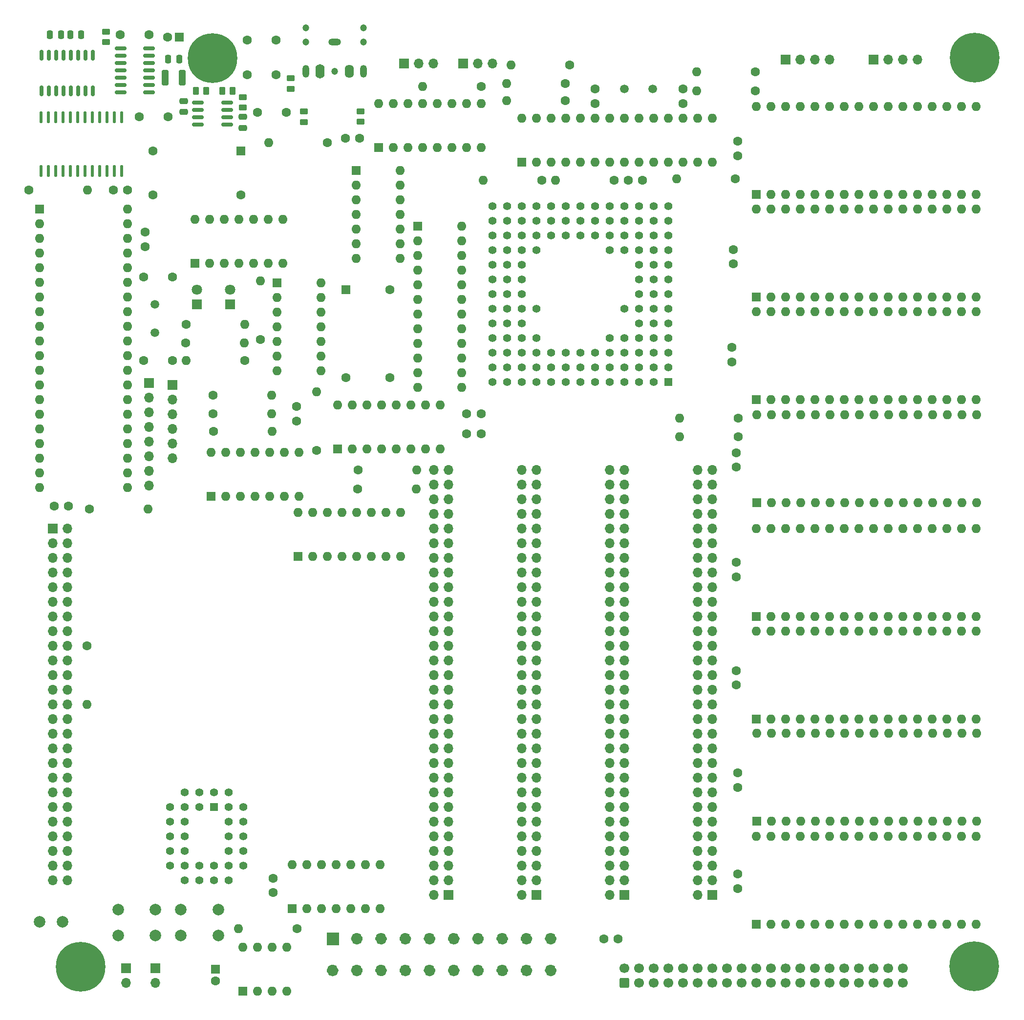
<source format=gts>
%TF.GenerationSoftware,KiCad,Pcbnew,7.0.10*%
%TF.CreationDate,2024-01-19T17:16:02+02:00*%
%TF.ProjectId,jox030,6a6f7830-3330-42e6-9b69-6361645f7063,rev?*%
%TF.SameCoordinates,Original*%
%TF.FileFunction,Soldermask,Top*%
%TF.FilePolarity,Negative*%
%FSLAX46Y46*%
G04 Gerber Fmt 4.6, Leading zero omitted, Abs format (unit mm)*
G04 Created by KiCad (PCBNEW 7.0.10) date 2024-01-19 17:16:02*
%MOMM*%
%LPD*%
G01*
G04 APERTURE LIST*
G04 Aperture macros list*
%AMRoundRect*
0 Rectangle with rounded corners*
0 $1 Rounding radius*
0 $2 $3 $4 $5 $6 $7 $8 $9 X,Y pos of 4 corners*
0 Add a 4 corners polygon primitive as box body*
4,1,4,$2,$3,$4,$5,$6,$7,$8,$9,$2,$3,0*
0 Add four circle primitives for the rounded corners*
1,1,$1+$1,$2,$3*
1,1,$1+$1,$4,$5*
1,1,$1+$1,$6,$7*
1,1,$1+$1,$8,$9*
0 Add four rect primitives between the rounded corners*
20,1,$1+$1,$2,$3,$4,$5,0*
20,1,$1+$1,$4,$5,$6,$7,0*
20,1,$1+$1,$6,$7,$8,$9,0*
20,1,$1+$1,$8,$9,$2,$3,0*%
G04 Aperture macros list end*
%ADD10C,1.026200*%
%ADD11C,0.010000*%
%ADD12RoundRect,0.250000X-0.262500X-0.450000X0.262500X-0.450000X0.262500X0.450000X-0.262500X0.450000X0*%
%ADD13C,1.500000*%
%ADD14C,1.600000*%
%ADD15R,1.700000X1.700000*%
%ADD16O,1.700000X1.700000*%
%ADD17R,1.600000X1.600000*%
%ADD18O,1.600000X1.600000*%
%ADD19R,1.397000X1.397000*%
%ADD20C,1.397000*%
%ADD21C,1.200000*%
%ADD22O,1.200000X2.200000*%
%ADD23O,1.600000X2.300000*%
%ADD24O,2.200000X1.200000*%
%ADD25O,1.600000X2.500000*%
%ADD26C,0.900000*%
%ADD27C,8.600000*%
%ADD28RoundRect,0.250000X0.600000X-0.600000X0.600000X0.600000X-0.600000X0.600000X-0.600000X-0.600000X0*%
%ADD29C,1.700000*%
%ADD30RoundRect,0.250000X-0.475000X0.250000X-0.475000X-0.250000X0.475000X-0.250000X0.475000X0.250000X0*%
%ADD31RoundRect,0.250000X0.250000X0.475000X-0.250000X0.475000X-0.250000X-0.475000X0.250000X-0.475000X0*%
%ADD32RoundRect,0.250000X-0.450000X0.262500X-0.450000X-0.262500X0.450000X-0.262500X0.450000X0.262500X0*%
%ADD33RoundRect,0.150000X0.825000X0.150000X-0.825000X0.150000X-0.825000X-0.150000X0.825000X-0.150000X0*%
%ADD34R,1.800000X1.800000*%
%ADD35C,1.800000*%
%ADD36RoundRect,0.250000X-0.325000X-1.100000X0.325000X-1.100000X0.325000X1.100000X-0.325000X1.100000X0*%
%ADD37RoundRect,0.162500X-0.825000X-0.162500X0.825000X-0.162500X0.825000X0.162500X-0.825000X0.162500X0*%
%ADD38RoundRect,0.137500X0.137500X-0.862500X0.137500X0.862500X-0.137500X0.862500X-0.137500X-0.862500X0*%
%ADD39RoundRect,0.250000X0.450000X-0.262500X0.450000X0.262500X-0.450000X0.262500X-0.450000X-0.262500X0*%
%ADD40C,2.000000*%
%ADD41RoundRect,0.250000X0.475000X-0.250000X0.475000X0.250000X-0.475000X0.250000X-0.475000X-0.250000X0*%
%ADD42C,1.422400*%
%ADD43R,1.422400X1.422400*%
%ADD44RoundRect,0.162500X0.162500X-0.750000X0.162500X0.750000X-0.162500X0.750000X-0.162500X-0.750000X0*%
G04 APERTURE END LIST*
D10*
%TO.C,J10*%
X69293100Y-178220000D02*
G75*
G03*
X68266900Y-178220000I-513100J0D01*
G01*
X68266900Y-178220000D02*
G75*
G03*
X69293100Y-178220000I513100J0D01*
G01*
X73493100Y-172720000D02*
G75*
G03*
X72466900Y-172720000I-513100J0D01*
G01*
X72466900Y-172720000D02*
G75*
G03*
X73493100Y-172720000I513100J0D01*
G01*
X73493100Y-178220000D02*
G75*
G03*
X72466900Y-178220000I-513100J0D01*
G01*
X72466900Y-178220000D02*
G75*
G03*
X73493100Y-178220000I513100J0D01*
G01*
X77693100Y-172720000D02*
G75*
G03*
X76666900Y-172720000I-513100J0D01*
G01*
X76666900Y-172720000D02*
G75*
G03*
X77693100Y-172720000I513100J0D01*
G01*
X77693100Y-178220000D02*
G75*
G03*
X76666900Y-178220000I-513100J0D01*
G01*
X76666900Y-178220000D02*
G75*
G03*
X77693100Y-178220000I513100J0D01*
G01*
X81893100Y-172720000D02*
G75*
G03*
X80866900Y-172720000I-513100J0D01*
G01*
X80866900Y-172720000D02*
G75*
G03*
X81893100Y-172720000I513100J0D01*
G01*
X81893100Y-178220000D02*
G75*
G03*
X80866900Y-178220000I-513100J0D01*
G01*
X80866900Y-178220000D02*
G75*
G03*
X81893100Y-178220000I513100J0D01*
G01*
X86093100Y-172720000D02*
G75*
G03*
X85066900Y-172720000I-513100J0D01*
G01*
X85066900Y-172720000D02*
G75*
G03*
X86093100Y-172720000I513100J0D01*
G01*
X86093100Y-178220000D02*
G75*
G03*
X85066900Y-178220000I-513100J0D01*
G01*
X85066900Y-178220000D02*
G75*
G03*
X86093100Y-178220000I513100J0D01*
G01*
X90293100Y-172720000D02*
G75*
G03*
X89266900Y-172720000I-513100J0D01*
G01*
X89266900Y-172720000D02*
G75*
G03*
X90293100Y-172720000I513100J0D01*
G01*
X90293100Y-178220000D02*
G75*
G03*
X89266900Y-178220000I-513100J0D01*
G01*
X89266900Y-178220000D02*
G75*
G03*
X90293100Y-178220000I513100J0D01*
G01*
X94493100Y-172720000D02*
G75*
G03*
X93466900Y-172720000I-513100J0D01*
G01*
X93466900Y-172720000D02*
G75*
G03*
X94493100Y-172720000I513100J0D01*
G01*
X94493100Y-178220000D02*
G75*
G03*
X93466900Y-178220000I-513100J0D01*
G01*
X93466900Y-178220000D02*
G75*
G03*
X94493100Y-178220000I513100J0D01*
G01*
X98693100Y-172720000D02*
G75*
G03*
X97666900Y-172720000I-513100J0D01*
G01*
X97666900Y-172720000D02*
G75*
G03*
X98693100Y-172720000I513100J0D01*
G01*
X98693100Y-178220000D02*
G75*
G03*
X97666900Y-178220000I-513100J0D01*
G01*
X97666900Y-178220000D02*
G75*
G03*
X98693100Y-178220000I513100J0D01*
G01*
X102893100Y-172720000D02*
G75*
G03*
X101866900Y-172720000I-513100J0D01*
G01*
X101866900Y-172720000D02*
G75*
G03*
X102893100Y-172720000I513100J0D01*
G01*
X102893100Y-178220000D02*
G75*
G03*
X101866900Y-178220000I-513100J0D01*
G01*
X101866900Y-178220000D02*
G75*
G03*
X102893100Y-178220000I513100J0D01*
G01*
X107093100Y-172720000D02*
G75*
G03*
X106066900Y-172720000I-513100J0D01*
G01*
X106066900Y-172720000D02*
G75*
G03*
X107093100Y-172720000I513100J0D01*
G01*
X107093100Y-178220000D02*
G75*
G03*
X106066900Y-178220000I-513100J0D01*
G01*
X106066900Y-178220000D02*
G75*
G03*
X107093100Y-178220000I513100J0D01*
G01*
D11*
X69806200Y-173746200D02*
X67753800Y-173746200D01*
X67753800Y-171693800D01*
X69806200Y-171693800D01*
X69806200Y-173746200D01*
G36*
X69806200Y-173746200D02*
G01*
X67753800Y-173746200D01*
X67753800Y-171693800D01*
X69806200Y-171693800D01*
X69806200Y-173746200D01*
G37*
%TD*%
D12*
%TO.C,R29*%
X45087500Y-25750000D03*
X46912500Y-25750000D03*
%TD*%
D13*
%TO.C,Y1*%
X38000000Y-62800000D03*
X38000000Y-67700000D03*
%TD*%
D14*
%TO.C,C32*%
X20500000Y-97750000D03*
X23000000Y-97750000D03*
%TD*%
D15*
%TO.C,J14*%
X33020000Y-177800000D03*
D16*
X33020000Y-180340000D03*
%TD*%
D17*
%TO.C,U16*%
X18010000Y-46230000D03*
D18*
X18010000Y-48770000D03*
X18010000Y-51310000D03*
X18010000Y-53850000D03*
X18010000Y-56390000D03*
X18010000Y-58930000D03*
X18010000Y-61470000D03*
X18010000Y-64010000D03*
X18010000Y-66550000D03*
X18010000Y-69090000D03*
X18010000Y-71630000D03*
X18010000Y-74170000D03*
X18010000Y-76710000D03*
X18010000Y-79250000D03*
X18010000Y-81790000D03*
X18010000Y-84330000D03*
X18010000Y-86870000D03*
X18010000Y-89410000D03*
X18010000Y-91950000D03*
X18010000Y-94490000D03*
X33250000Y-94490000D03*
X33250000Y-91950000D03*
X33250000Y-89410000D03*
X33250000Y-86870000D03*
X33250000Y-84330000D03*
X33250000Y-81790000D03*
X33250000Y-79250000D03*
X33250000Y-76710000D03*
X33250000Y-74170000D03*
X33250000Y-71630000D03*
X33250000Y-69090000D03*
X33250000Y-66550000D03*
X33250000Y-64010000D03*
X33250000Y-61470000D03*
X33250000Y-58930000D03*
X33250000Y-56390000D03*
X33250000Y-53850000D03*
X33250000Y-51310000D03*
X33250000Y-48770000D03*
X33250000Y-46230000D03*
%TD*%
D17*
%TO.C,U22*%
X83500000Y-49220000D03*
D18*
X83500000Y-51760000D03*
X83500000Y-54300000D03*
X83500000Y-56840000D03*
X83500000Y-59380000D03*
X83500000Y-61920000D03*
X83500000Y-64460000D03*
X83500000Y-67000000D03*
X83500000Y-69540000D03*
X83500000Y-72080000D03*
X83500000Y-74620000D03*
X83500000Y-77160000D03*
X91120000Y-77160000D03*
X91120000Y-74620000D03*
X91120000Y-72080000D03*
X91120000Y-69540000D03*
X91120000Y-67000000D03*
X91120000Y-64460000D03*
X91120000Y-61920000D03*
X91120000Y-59380000D03*
X91120000Y-56840000D03*
X91120000Y-54300000D03*
X91120000Y-51760000D03*
X91120000Y-49220000D03*
%TD*%
D14*
%TO.C,R16*%
X138580000Y-41000000D03*
D18*
X128420000Y-41000000D03*
%TD*%
D14*
%TO.C,C12*%
X59015000Y-16941800D03*
X54015000Y-16941800D03*
%TD*%
%TO.C,C21*%
X138750000Y-128750000D03*
X138750000Y-126250000D03*
%TD*%
D17*
%TO.C,U17*%
X47696200Y-96052800D03*
D18*
X50236200Y-96052800D03*
X52776200Y-96052800D03*
X55316200Y-96052800D03*
X57856200Y-96052800D03*
X60396200Y-96052800D03*
X62936200Y-96052800D03*
X62936200Y-88432800D03*
X60396200Y-88432800D03*
X57856200Y-88432800D03*
X55316200Y-88432800D03*
X52776200Y-88432800D03*
X50236200Y-88432800D03*
X47696200Y-88432800D03*
%TD*%
D14*
%TO.C,R6*%
X109080000Y-27500000D03*
D18*
X98920000Y-27500000D03*
%TD*%
D14*
%TO.C,C5*%
X129540000Y-25440000D03*
X129540000Y-27940000D03*
%TD*%
D15*
%TO.C,J9*%
X134620000Y-165100000D03*
D16*
X132080000Y-165100000D03*
X134620000Y-162560000D03*
X132080000Y-162560000D03*
X134620000Y-160020000D03*
X132080000Y-160020000D03*
X134620000Y-157480000D03*
X132080000Y-157480000D03*
X134620000Y-154940000D03*
X132080000Y-154940000D03*
X134620000Y-152400000D03*
X132080000Y-152400000D03*
X134620000Y-149860000D03*
X132080000Y-149860000D03*
X134620000Y-147320000D03*
X132080000Y-147320000D03*
X134620000Y-144780000D03*
X132080000Y-144780000D03*
X134620000Y-142240000D03*
X132080000Y-142240000D03*
X134620000Y-139700000D03*
X132080000Y-139700000D03*
X134620000Y-137160000D03*
X132080000Y-137160000D03*
X134620000Y-134620000D03*
X132080000Y-134620000D03*
X134620000Y-132080000D03*
X132080000Y-132080000D03*
X134620000Y-129540000D03*
X132080000Y-129540000D03*
X134620000Y-127000000D03*
X132080000Y-127000000D03*
X134620000Y-124460000D03*
X132080000Y-124460000D03*
X134620000Y-121920000D03*
X132080000Y-121920000D03*
X134620000Y-119380000D03*
X132080000Y-119380000D03*
X134620000Y-116840000D03*
X132080000Y-116840000D03*
X134620000Y-114300000D03*
X132080000Y-114300000D03*
X134620000Y-111760000D03*
X132080000Y-111760000D03*
X134620000Y-109220000D03*
X132080000Y-109220000D03*
X134620000Y-106680000D03*
X132080000Y-106680000D03*
X134620000Y-104140000D03*
X132080000Y-104140000D03*
X134620000Y-101600000D03*
X132080000Y-101600000D03*
X134620000Y-99060000D03*
X132080000Y-99060000D03*
X134620000Y-96520000D03*
X132080000Y-96520000D03*
X134620000Y-93980000D03*
X132080000Y-93980000D03*
X134620000Y-91440000D03*
X132080000Y-91440000D03*
%TD*%
D14*
%TO.C,C30*%
X71000000Y-34000000D03*
X73500000Y-34000000D03*
%TD*%
D19*
%TO.C,U1*%
X127000000Y-76200000D03*
D20*
X124460000Y-76200000D03*
X121920000Y-76200000D03*
X119380000Y-76200000D03*
X116840000Y-76200000D03*
X114300000Y-76200000D03*
X111760000Y-76200000D03*
X109220000Y-76200000D03*
X106680000Y-76200000D03*
X104140000Y-76200000D03*
X101600000Y-76200000D03*
X99060000Y-76200000D03*
X96520000Y-76200000D03*
X127000000Y-73660000D03*
X124460000Y-73660000D03*
X121920000Y-73660000D03*
X119380000Y-73660000D03*
X116840000Y-73660000D03*
X114300000Y-73660000D03*
X111760000Y-73660000D03*
X109220000Y-73660000D03*
X106680000Y-73660000D03*
X104140000Y-73660000D03*
X101600000Y-73660000D03*
X99060000Y-73660000D03*
X96520000Y-73660000D03*
X127000000Y-71120000D03*
X124460000Y-71120000D03*
X121920000Y-71120000D03*
X119380000Y-71120000D03*
X116840000Y-71120000D03*
X114300000Y-71120000D03*
X111760000Y-71120000D03*
X109220000Y-71120000D03*
X106680000Y-71120000D03*
X104140000Y-71120000D03*
X101600000Y-71120000D03*
X99060000Y-71120000D03*
X96520000Y-71120000D03*
X127000000Y-68580000D03*
X124460000Y-68580000D03*
X121920000Y-68580000D03*
X119380000Y-68580000D03*
X116840000Y-68580000D03*
X104140000Y-68580000D03*
X101600000Y-68580000D03*
X99060000Y-68580000D03*
X96520000Y-68580000D03*
X127000000Y-66040000D03*
X124460000Y-66040000D03*
X121920000Y-66040000D03*
X101600000Y-66040000D03*
X99060000Y-66040000D03*
X96520000Y-66040000D03*
X127000000Y-63500000D03*
X124460000Y-63500000D03*
X121920000Y-63500000D03*
X119380000Y-63500000D03*
X104140000Y-63500000D03*
X101600000Y-63500000D03*
X99060000Y-63500000D03*
X96520000Y-63500000D03*
X127000000Y-60960000D03*
X124460000Y-60960000D03*
X121920000Y-60960000D03*
X101600000Y-60960000D03*
X99060000Y-60960000D03*
X96520000Y-60960000D03*
X127000000Y-58420000D03*
X124460000Y-58420000D03*
X121920000Y-58420000D03*
X101600000Y-58420000D03*
X99060000Y-58420000D03*
X96520000Y-58420000D03*
X127000000Y-55880000D03*
X124460000Y-55880000D03*
X121920000Y-55880000D03*
X101600000Y-55880000D03*
X99060000Y-55880000D03*
X96520000Y-55880000D03*
X127000000Y-53340000D03*
X124460000Y-53340000D03*
X121920000Y-53340000D03*
X119380000Y-53340000D03*
X116840000Y-53340000D03*
X104140000Y-53340000D03*
X101600000Y-53340000D03*
X99060000Y-53340000D03*
X96520000Y-53340000D03*
X127000000Y-50800000D03*
X124460000Y-50800000D03*
X121920000Y-50800000D03*
X119380000Y-50800000D03*
X116840000Y-50800000D03*
X114300000Y-50800000D03*
X111760000Y-50800000D03*
X109220000Y-50800000D03*
X106680000Y-50800000D03*
X104140000Y-50800000D03*
X101600000Y-50800000D03*
X99060000Y-50800000D03*
X96520000Y-50800000D03*
X127000000Y-48260000D03*
X124460000Y-48260000D03*
X121920000Y-48260000D03*
X119380000Y-48260000D03*
X116840000Y-48260000D03*
X114300000Y-48260000D03*
X111760000Y-48260000D03*
X109220000Y-48260000D03*
X106680000Y-48260000D03*
X104140000Y-48260000D03*
X101600000Y-48260000D03*
X99060000Y-48260000D03*
X96520000Y-48260000D03*
X127000000Y-45720000D03*
X124460000Y-45720000D03*
X121920000Y-45720000D03*
X119380000Y-45720000D03*
X116840000Y-45720000D03*
X114300000Y-45720000D03*
X111760000Y-45720000D03*
X109220000Y-45720000D03*
X106680000Y-45720000D03*
X104140000Y-45720000D03*
X101600000Y-45720000D03*
X99060000Y-45720000D03*
X96520000Y-45720000D03*
%TD*%
D14*
%TO.C,C3*%
X41000000Y-58000000D03*
X36000000Y-58000000D03*
%TD*%
%TO.C,R15*%
X139080000Y-85750000D03*
D18*
X128920000Y-85750000D03*
%TD*%
D21*
%TO.C,J11*%
X74138800Y-17348200D03*
X74138800Y-14848200D03*
X69138800Y-22348200D03*
X64138800Y-17348200D03*
X64138800Y-14848200D03*
D22*
X74138800Y-22348200D03*
D23*
X71638800Y-22348200D03*
D24*
X69138800Y-17348200D03*
D22*
X64138800Y-22348200D03*
D25*
X66638800Y-22348200D03*
%TD*%
D14*
%TO.C,C25*%
X36250000Y-52750000D03*
X36250000Y-50250000D03*
%TD*%
D17*
%TO.C,U10*%
X142296000Y-97136000D03*
D18*
X144836000Y-97136000D03*
X147376000Y-97136000D03*
X149916000Y-97136000D03*
X152456000Y-97136000D03*
X154996000Y-97136000D03*
X157536000Y-97136000D03*
X160076000Y-97136000D03*
X162616000Y-97136000D03*
X165156000Y-97136000D03*
X167696000Y-97136000D03*
X170236000Y-97136000D03*
X172776000Y-97136000D03*
X175316000Y-97136000D03*
X177856000Y-97136000D03*
X180396000Y-97136000D03*
X180396000Y-81896000D03*
X177856000Y-81896000D03*
X175316000Y-81896000D03*
X172776000Y-81896000D03*
X170236000Y-81896000D03*
X167696000Y-81896000D03*
X165156000Y-81896000D03*
X162616000Y-81896000D03*
X160076000Y-81896000D03*
X157536000Y-81896000D03*
X154996000Y-81896000D03*
X152456000Y-81896000D03*
X149916000Y-81896000D03*
X147376000Y-81896000D03*
X144836000Y-81896000D03*
X142296000Y-81896000D03*
%TD*%
D26*
%TO.C,H2*%
X44769600Y-20069600D03*
X45714181Y-17789181D03*
X45714181Y-22350019D03*
X47994600Y-16844600D03*
D27*
X47994600Y-20069600D03*
D26*
X47994600Y-23294600D03*
X50275019Y-17789181D03*
X50275019Y-22350019D03*
X51219600Y-20069600D03*
%TD*%
D17*
%TO.C,U4*%
X72872600Y-39573200D03*
D18*
X72872600Y-42113200D03*
X72872600Y-44653200D03*
X72872600Y-47193200D03*
X72872600Y-49733200D03*
X72872600Y-52273200D03*
X72872600Y-54813200D03*
X80492600Y-54813200D03*
X80492600Y-52273200D03*
X80492600Y-49733200D03*
X80492600Y-47193200D03*
X80492600Y-44653200D03*
X80492600Y-42113200D03*
X80492600Y-39573200D03*
%TD*%
D14*
%TO.C,R25*%
X66000000Y-88080000D03*
D18*
X66000000Y-77920000D03*
%TD*%
D14*
%TO.C,R1*%
X62580000Y-171000000D03*
D18*
X52420000Y-171000000D03*
%TD*%
D14*
%TO.C,C20*%
X138750000Y-91000000D03*
X138750000Y-88500000D03*
%TD*%
%TO.C,R17*%
X73090000Y-94750000D03*
D18*
X83250000Y-94750000D03*
%TD*%
D14*
%TO.C,C2*%
X41000000Y-72500000D03*
X36000000Y-72500000D03*
%TD*%
%TO.C,R20*%
X56250000Y-68830000D03*
D18*
X56250000Y-58670000D03*
%TD*%
D14*
%TO.C,C27*%
X138250000Y-55750000D03*
X138250000Y-53250000D03*
%TD*%
D17*
%TO.C,U23*%
X101600000Y-38100000D03*
D18*
X104140000Y-38100000D03*
X106680000Y-38100000D03*
X109220000Y-38100000D03*
X111760000Y-38100000D03*
X114300000Y-38100000D03*
X116840000Y-38100000D03*
X119380000Y-38100000D03*
X121920000Y-38100000D03*
X124460000Y-38100000D03*
X127000000Y-38100000D03*
X129540000Y-38100000D03*
X132080000Y-38100000D03*
X134620000Y-38100000D03*
X134620000Y-30480000D03*
X132080000Y-30480000D03*
X129540000Y-30480000D03*
X127000000Y-30480000D03*
X124460000Y-30480000D03*
X121920000Y-30480000D03*
X119380000Y-30480000D03*
X116840000Y-30480000D03*
X114300000Y-30480000D03*
X111760000Y-30480000D03*
X109220000Y-30480000D03*
X106680000Y-30480000D03*
X104140000Y-30480000D03*
X101600000Y-30480000D03*
%TD*%
D14*
%TO.C,R24*%
X43420000Y-66250000D03*
D18*
X53580000Y-66250000D03*
%TD*%
D14*
%TO.C,C24*%
X118250000Y-172750000D03*
X115750000Y-172750000D03*
%TD*%
D18*
%TO.C,U7*%
X142296000Y-137096000D03*
X144836000Y-137096000D03*
X147376000Y-137096000D03*
X149916000Y-137096000D03*
X152456000Y-137096000D03*
X154996000Y-137096000D03*
X157536000Y-137096000D03*
X160076000Y-137096000D03*
X162616000Y-137096000D03*
X165156000Y-137096000D03*
X167696000Y-137096000D03*
X170236000Y-137096000D03*
X172776000Y-137096000D03*
X175316000Y-137096000D03*
X177856000Y-137096000D03*
X180396000Y-137096000D03*
X180396000Y-152336000D03*
X177856000Y-152336000D03*
X175316000Y-152336000D03*
X172776000Y-152336000D03*
X170236000Y-152336000D03*
X167696000Y-152336000D03*
X165156000Y-152336000D03*
X162616000Y-152336000D03*
X160076000Y-152336000D03*
X157536000Y-152336000D03*
X154996000Y-152336000D03*
X152456000Y-152336000D03*
X149916000Y-152336000D03*
X147376000Y-152336000D03*
X144836000Y-152336000D03*
D17*
X142296000Y-152336000D03*
%TD*%
D28*
%TO.C,J5*%
X119380000Y-180340000D03*
D29*
X119380000Y-177800000D03*
X121920000Y-180340000D03*
X121920000Y-177800000D03*
X124460000Y-180340000D03*
X124460000Y-177800000D03*
X127000000Y-180340000D03*
X127000000Y-177800000D03*
X129540000Y-180340000D03*
X129540000Y-177800000D03*
X132080000Y-180340000D03*
X132080000Y-177800000D03*
X134620000Y-180340000D03*
X134620000Y-177800000D03*
X137160000Y-180340000D03*
X137160000Y-177800000D03*
X139700000Y-180340000D03*
X139700000Y-177800000D03*
X142240000Y-180340000D03*
X142240000Y-177800000D03*
X144780000Y-180340000D03*
X144780000Y-177800000D03*
X147320000Y-180340000D03*
X147320000Y-177800000D03*
X149860000Y-180340000D03*
X149860000Y-177800000D03*
X152400000Y-180340000D03*
X152400000Y-177800000D03*
X154940000Y-180340000D03*
X154940000Y-177800000D03*
X157480000Y-180340000D03*
X157480000Y-177800000D03*
X160020000Y-180340000D03*
X160020000Y-177800000D03*
X162560000Y-180340000D03*
X162560000Y-177800000D03*
X165100000Y-180340000D03*
X165100000Y-177800000D03*
X167640000Y-180340000D03*
X167640000Y-177800000D03*
%TD*%
D14*
%TO.C,C29*%
X122500000Y-41250000D03*
X120000000Y-41250000D03*
%TD*%
D26*
%TO.C,H1*%
X176869600Y-20044600D03*
X177814181Y-17764181D03*
X177814181Y-22325019D03*
X180094600Y-16819600D03*
D27*
X180094600Y-20044600D03*
D26*
X180094600Y-23269600D03*
X182375019Y-17764181D03*
X182375019Y-22325019D03*
X183319600Y-20044600D03*
%TD*%
D17*
%TO.C,U2*%
X53200000Y-181800000D03*
D18*
X55740000Y-181800000D03*
X58280000Y-181800000D03*
X60820000Y-181800000D03*
X60820000Y-174180000D03*
X58280000Y-174180000D03*
X55740000Y-174180000D03*
X53200000Y-174180000D03*
%TD*%
D17*
%TO.C,U20*%
X44927600Y-55666800D03*
D18*
X47467600Y-55666800D03*
X50007600Y-55666800D03*
X52547600Y-55666800D03*
X55087600Y-55666800D03*
X57627600Y-55666800D03*
X60167600Y-55666800D03*
X60167600Y-48046800D03*
X57627600Y-48046800D03*
X55087600Y-48046800D03*
X52547600Y-48046800D03*
X50007600Y-48046800D03*
X47467600Y-48046800D03*
X44927600Y-48046800D03*
%TD*%
D30*
%TO.C,C15*%
X53250000Y-30300000D03*
X53250000Y-32200000D03*
%TD*%
D31*
%TO.C,C9*%
X42200000Y-20250000D03*
X40300000Y-20250000D03*
%TD*%
D17*
%TO.C,U13*%
X142240000Y-43688000D03*
D18*
X144780000Y-43688000D03*
X147320000Y-43688000D03*
X149860000Y-43688000D03*
X152400000Y-43688000D03*
X154940000Y-43688000D03*
X157480000Y-43688000D03*
X160020000Y-43688000D03*
X162560000Y-43688000D03*
X165100000Y-43688000D03*
X167640000Y-43688000D03*
X170180000Y-43688000D03*
X172720000Y-43688000D03*
X175260000Y-43688000D03*
X177800000Y-43688000D03*
X180340000Y-43688000D03*
X180340000Y-28448000D03*
X177800000Y-28448000D03*
X175260000Y-28448000D03*
X172720000Y-28448000D03*
X170180000Y-28448000D03*
X167640000Y-28448000D03*
X165100000Y-28448000D03*
X162560000Y-28448000D03*
X160020000Y-28448000D03*
X157480000Y-28448000D03*
X154940000Y-28448000D03*
X152400000Y-28448000D03*
X149860000Y-28448000D03*
X147320000Y-28448000D03*
X144780000Y-28448000D03*
X142240000Y-28448000D03*
%TD*%
D32*
%TO.C,R30*%
X53250000Y-26837500D03*
X53250000Y-28662500D03*
%TD*%
D14*
%TO.C,C23*%
X139000000Y-164000000D03*
X139000000Y-161500000D03*
%TD*%
D33*
%TO.C,U27*%
X36975000Y-26060000D03*
X36975000Y-24790000D03*
X36975000Y-23520000D03*
X36975000Y-22250000D03*
X36975000Y-20980000D03*
X36975000Y-19710000D03*
X36975000Y-18440000D03*
X32025000Y-18440000D03*
X32025000Y-19710000D03*
X32025000Y-20980000D03*
X32025000Y-22250000D03*
X32025000Y-23520000D03*
X32025000Y-24790000D03*
X32025000Y-26060000D03*
%TD*%
D14*
%TO.C,C35*%
X92000000Y-85250000D03*
X94500000Y-85250000D03*
%TD*%
%TO.C,R9*%
X26670000Y-98250000D03*
D18*
X36830000Y-98250000D03*
%TD*%
D14*
%TO.C,C19*%
X138750000Y-110000000D03*
X138750000Y-107500000D03*
%TD*%
D18*
%TO.C,R21*%
X58250000Y-78500000D03*
D14*
X48090000Y-78500000D03*
%TD*%
D17*
%TO.C,X2*%
X52870000Y-36190000D03*
D14*
X37630000Y-36190000D03*
X37630000Y-43810000D03*
X52870000Y-43810000D03*
%TD*%
%TO.C,C22*%
X139000000Y-146500000D03*
X139000000Y-144000000D03*
%TD*%
%TO.C,C34*%
X92000000Y-81700000D03*
X94500000Y-81700000D03*
%TD*%
D26*
%TO.C,H4*%
X21900000Y-177550000D03*
X22844581Y-175269581D03*
X22844581Y-179830419D03*
X25125000Y-174325000D03*
D27*
X25125000Y-177550000D03*
D26*
X25125000Y-180775000D03*
X27405419Y-175269581D03*
X27405419Y-179830419D03*
X28350000Y-177550000D03*
%TD*%
D14*
%TO.C,R10*%
X94580000Y-25000000D03*
D18*
X84420000Y-25000000D03*
%TD*%
D17*
%TO.C,U11*%
X142240000Y-79248000D03*
D18*
X144780000Y-79248000D03*
X147320000Y-79248000D03*
X149860000Y-79248000D03*
X152400000Y-79248000D03*
X154940000Y-79248000D03*
X157480000Y-79248000D03*
X160020000Y-79248000D03*
X162560000Y-79248000D03*
X165100000Y-79248000D03*
X167640000Y-79248000D03*
X170180000Y-79248000D03*
X172720000Y-79248000D03*
X175260000Y-79248000D03*
X177800000Y-79248000D03*
X180340000Y-79248000D03*
X180340000Y-64008000D03*
X177800000Y-64008000D03*
X175260000Y-64008000D03*
X172720000Y-64008000D03*
X170180000Y-64008000D03*
X167640000Y-64008000D03*
X165100000Y-64008000D03*
X162560000Y-64008000D03*
X160020000Y-64008000D03*
X157480000Y-64008000D03*
X154940000Y-64008000D03*
X152400000Y-64008000D03*
X149860000Y-64008000D03*
X147320000Y-64008000D03*
X144780000Y-64008000D03*
X142240000Y-64008000D03*
%TD*%
D34*
%TO.C,D1*%
X51000000Y-62790000D03*
D35*
X51000000Y-60250000D03*
%TD*%
D14*
%TO.C,C28*%
X139000000Y-37000000D03*
X139000000Y-34500000D03*
%TD*%
D15*
%TO.C,J12*%
X147320000Y-20320000D03*
D16*
X149860000Y-20320000D03*
X152400000Y-20320000D03*
X154940000Y-20320000D03*
%TD*%
D15*
%TO.C,J8*%
X119380000Y-165100000D03*
D16*
X116840000Y-165100000D03*
X119380000Y-162560000D03*
X116840000Y-162560000D03*
X119380000Y-160020000D03*
X116840000Y-160020000D03*
X119380000Y-157480000D03*
X116840000Y-157480000D03*
X119380000Y-154940000D03*
X116840000Y-154940000D03*
X119380000Y-152400000D03*
X116840000Y-152400000D03*
X119380000Y-149860000D03*
X116840000Y-149860000D03*
X119380000Y-147320000D03*
X116840000Y-147320000D03*
X119380000Y-144780000D03*
X116840000Y-144780000D03*
X119380000Y-142240000D03*
X116840000Y-142240000D03*
X119380000Y-139700000D03*
X116840000Y-139700000D03*
X119380000Y-137160000D03*
X116840000Y-137160000D03*
X119380000Y-134620000D03*
X116840000Y-134620000D03*
X119380000Y-132080000D03*
X116840000Y-132080000D03*
X119380000Y-129540000D03*
X116840000Y-129540000D03*
X119380000Y-127000000D03*
X116840000Y-127000000D03*
X119380000Y-124460000D03*
X116840000Y-124460000D03*
X119380000Y-121920000D03*
X116840000Y-121920000D03*
X119380000Y-119380000D03*
X116840000Y-119380000D03*
X119380000Y-116840000D03*
X116840000Y-116840000D03*
X119380000Y-114300000D03*
X116840000Y-114300000D03*
X119380000Y-111760000D03*
X116840000Y-111760000D03*
X119380000Y-109220000D03*
X116840000Y-109220000D03*
X119380000Y-106680000D03*
X116840000Y-106680000D03*
X119380000Y-104140000D03*
X116840000Y-104140000D03*
X119380000Y-101600000D03*
X116840000Y-101600000D03*
X119380000Y-99060000D03*
X116840000Y-99060000D03*
X119380000Y-96520000D03*
X116840000Y-96520000D03*
X119380000Y-93980000D03*
X116840000Y-93980000D03*
X119380000Y-91440000D03*
X116840000Y-91440000D03*
%TD*%
D14*
%TO.C,R3*%
X142080000Y-22500000D03*
D18*
X131920000Y-22500000D03*
%TD*%
D14*
%TO.C,R12*%
X117580000Y-41250000D03*
D18*
X107420000Y-41250000D03*
%TD*%
D36*
%TO.C,C8*%
X39775000Y-23500000D03*
X42725000Y-23500000D03*
%TD*%
D37*
%TO.C,U28*%
X45462500Y-27845000D03*
X45462500Y-29115000D03*
X45462500Y-30385000D03*
X45462500Y-31655000D03*
X50537500Y-31655000D03*
X50537500Y-30385000D03*
X50537500Y-29115000D03*
X50537500Y-27845000D03*
%TD*%
D17*
%TO.C,C1*%
X48500000Y-178000000D03*
D14*
X48500000Y-180000000D03*
%TD*%
%TO.C,R13*%
X105080000Y-41250000D03*
D18*
X94920000Y-41250000D03*
%TD*%
D14*
%TO.C,R7*%
X67830000Y-34750000D03*
D18*
X57670000Y-34750000D03*
%TD*%
D17*
%TO.C,C7*%
X42205100Y-16500000D03*
D14*
X40205100Y-16500000D03*
%TD*%
D17*
%TO.C,U6*%
X142240000Y-170180000D03*
D18*
X144780000Y-170180000D03*
X147320000Y-170180000D03*
X149860000Y-170180000D03*
X152400000Y-170180000D03*
X154940000Y-170180000D03*
X157480000Y-170180000D03*
X160020000Y-170180000D03*
X162560000Y-170180000D03*
X165100000Y-170180000D03*
X167640000Y-170180000D03*
X170180000Y-170180000D03*
X172720000Y-170180000D03*
X175260000Y-170180000D03*
X177800000Y-170180000D03*
X180340000Y-170180000D03*
X180340000Y-154940000D03*
X177800000Y-154940000D03*
X175260000Y-154940000D03*
X172720000Y-154940000D03*
X170180000Y-154940000D03*
X167640000Y-154940000D03*
X165100000Y-154940000D03*
X162560000Y-154940000D03*
X160020000Y-154940000D03*
X157480000Y-154940000D03*
X154940000Y-154940000D03*
X152400000Y-154940000D03*
X149860000Y-154940000D03*
X147320000Y-154940000D03*
X144780000Y-154940000D03*
X142240000Y-154940000D03*
%TD*%
D14*
%TO.C,C16*%
X35250000Y-30250000D03*
X40250000Y-30250000D03*
%TD*%
D26*
%TO.C,H3*%
X176744600Y-177519600D03*
X177689181Y-175239181D03*
X177689181Y-179800019D03*
X179969600Y-174294600D03*
D27*
X179969600Y-177519600D03*
D26*
X179969600Y-180744600D03*
X182250019Y-175239181D03*
X182250019Y-179800019D03*
X183194600Y-177519600D03*
%TD*%
D14*
%TO.C,C31*%
X62500000Y-80500000D03*
X62500000Y-83000000D03*
%TD*%
%TO.C,R33*%
X43340000Y-69500000D03*
D18*
X53500000Y-69500000D03*
%TD*%
D38*
%TO.C,U21*%
X18265000Y-39650000D03*
X19535000Y-39650000D03*
X20805000Y-39650000D03*
X22075000Y-39650000D03*
X23345000Y-39650000D03*
X24615000Y-39650000D03*
X25885000Y-39650000D03*
X27155000Y-39650000D03*
X28425000Y-39650000D03*
X29695000Y-39650000D03*
X30965000Y-39650000D03*
X32235000Y-39650000D03*
X32235000Y-30350000D03*
X30965000Y-30350000D03*
X29695000Y-30350000D03*
X28425000Y-30350000D03*
X27155000Y-30350000D03*
X25885000Y-30350000D03*
X24615000Y-30350000D03*
X23345000Y-30350000D03*
X22075000Y-30350000D03*
X20805000Y-30350000D03*
X19535000Y-30350000D03*
X18265000Y-30350000D03*
%TD*%
D39*
%TO.C,R28*%
X61500000Y-25412500D03*
X61500000Y-23587500D03*
%TD*%
D34*
%TO.C,D2*%
X45250000Y-62775000D03*
D35*
X45250000Y-60235000D03*
%TD*%
D15*
%TO.C,J6*%
X88900000Y-165100000D03*
D16*
X86360000Y-165100000D03*
X88900000Y-162560000D03*
X86360000Y-162560000D03*
X88900000Y-160020000D03*
X86360000Y-160020000D03*
X88900000Y-157480000D03*
X86360000Y-157480000D03*
X88900000Y-154940000D03*
X86360000Y-154940000D03*
X88900000Y-152400000D03*
X86360000Y-152400000D03*
X88900000Y-149860000D03*
X86360000Y-149860000D03*
X88900000Y-147320000D03*
X86360000Y-147320000D03*
X88900000Y-144780000D03*
X86360000Y-144780000D03*
X88900000Y-142240000D03*
X86360000Y-142240000D03*
X88900000Y-139700000D03*
X86360000Y-139700000D03*
X88900000Y-137160000D03*
X86360000Y-137160000D03*
X88900000Y-134620000D03*
X86360000Y-134620000D03*
X88900000Y-132080000D03*
X86360000Y-132080000D03*
X88900000Y-129540000D03*
X86360000Y-129540000D03*
X88900000Y-127000000D03*
X86360000Y-127000000D03*
X88900000Y-124460000D03*
X86360000Y-124460000D03*
X88900000Y-121920000D03*
X86360000Y-121920000D03*
X88900000Y-119380000D03*
X86360000Y-119380000D03*
X88900000Y-116840000D03*
X86360000Y-116840000D03*
X88900000Y-114300000D03*
X86360000Y-114300000D03*
X88900000Y-111760000D03*
X86360000Y-111760000D03*
X88900000Y-109220000D03*
X86360000Y-109220000D03*
X88900000Y-106680000D03*
X86360000Y-106680000D03*
X88900000Y-104140000D03*
X86360000Y-104140000D03*
X88900000Y-101600000D03*
X86360000Y-101600000D03*
X88900000Y-99060000D03*
X86360000Y-99060000D03*
X88900000Y-96520000D03*
X86360000Y-96520000D03*
X88900000Y-93980000D03*
X86360000Y-93980000D03*
X88900000Y-91440000D03*
X86360000Y-91440000D03*
%TD*%
D14*
%TO.C,R5*%
X109080000Y-24500000D03*
D18*
X98920000Y-24500000D03*
%TD*%
D31*
%TO.C,C11*%
X21700000Y-16000000D03*
X19800000Y-16000000D03*
%TD*%
D15*
%TO.C,J13*%
X162560000Y-20320000D03*
D16*
X165100000Y-20320000D03*
X167640000Y-20320000D03*
X170180000Y-20320000D03*
%TD*%
D40*
%TO.C,COLDRST1*%
X42470000Y-167640000D03*
X48970000Y-167640000D03*
X42470000Y-172140000D03*
X48970000Y-172140000D03*
%TD*%
D15*
%TO.C,J3*%
X81170000Y-21000000D03*
D16*
X83710000Y-21000000D03*
X86250000Y-21000000D03*
%TD*%
D17*
%TO.C,U9*%
X142240000Y-116840000D03*
D18*
X144780000Y-116840000D03*
X147320000Y-116840000D03*
X149860000Y-116840000D03*
X152400000Y-116840000D03*
X154940000Y-116840000D03*
X157480000Y-116840000D03*
X160020000Y-116840000D03*
X162560000Y-116840000D03*
X165100000Y-116840000D03*
X167640000Y-116840000D03*
X170180000Y-116840000D03*
X172720000Y-116840000D03*
X175260000Y-116840000D03*
X177800000Y-116840000D03*
X180340000Y-116840000D03*
X180340000Y-101600000D03*
X177800000Y-101600000D03*
X175260000Y-101600000D03*
X172720000Y-101600000D03*
X170180000Y-101600000D03*
X167640000Y-101600000D03*
X165100000Y-101600000D03*
X162560000Y-101600000D03*
X160020000Y-101600000D03*
X157480000Y-101600000D03*
X154940000Y-101600000D03*
X152400000Y-101600000D03*
X149860000Y-101600000D03*
X147320000Y-101600000D03*
X144780000Y-101600000D03*
X142240000Y-101600000D03*
%TD*%
D32*
%TO.C,R32*%
X73660000Y-29288100D03*
X73660000Y-31113100D03*
%TD*%
D14*
%TO.C,R23*%
X48170000Y-84750000D03*
D18*
X58330000Y-84750000D03*
%TD*%
D17*
%TO.C,U12*%
X142240000Y-61468000D03*
D18*
X144780000Y-61468000D03*
X147320000Y-61468000D03*
X149860000Y-61468000D03*
X152400000Y-61468000D03*
X154940000Y-61468000D03*
X157480000Y-61468000D03*
X160020000Y-61468000D03*
X162560000Y-61468000D03*
X165100000Y-61468000D03*
X167640000Y-61468000D03*
X170180000Y-61468000D03*
X172720000Y-61468000D03*
X175260000Y-61468000D03*
X177800000Y-61468000D03*
X180340000Y-61468000D03*
X180340000Y-46228000D03*
X177800000Y-46228000D03*
X175260000Y-46228000D03*
X172720000Y-46228000D03*
X170180000Y-46228000D03*
X167640000Y-46228000D03*
X165100000Y-46228000D03*
X162560000Y-46228000D03*
X160020000Y-46228000D03*
X157480000Y-46228000D03*
X154940000Y-46228000D03*
X152400000Y-46228000D03*
X149860000Y-46228000D03*
X147320000Y-46228000D03*
X144780000Y-46228000D03*
X142240000Y-46228000D03*
%TD*%
D15*
%TO.C,PERPORT1*%
X20320000Y-101600000D03*
D16*
X22860000Y-101600000D03*
X20320000Y-104140000D03*
X22860000Y-104140000D03*
X20320000Y-106680000D03*
X22860000Y-106680000D03*
X20320000Y-109220000D03*
X22860000Y-109220000D03*
X20320000Y-111760000D03*
X22860000Y-111760000D03*
X20320000Y-114300000D03*
X22860000Y-114300000D03*
X20320000Y-116840000D03*
X22860000Y-116840000D03*
X20320000Y-119380000D03*
X22860000Y-119380000D03*
X20320000Y-121920000D03*
X22860000Y-121920000D03*
X20320000Y-124460000D03*
X22860000Y-124460000D03*
X20320000Y-127000000D03*
X22860000Y-127000000D03*
X20320000Y-129540000D03*
X22860000Y-129540000D03*
X20320000Y-132080000D03*
X22860000Y-132080000D03*
X20320000Y-134620000D03*
X22860000Y-134620000D03*
X20320000Y-137160000D03*
X22860000Y-137160000D03*
X20320000Y-139700000D03*
X22860000Y-139700000D03*
X20320000Y-142240000D03*
X22860000Y-142240000D03*
X20320000Y-144780000D03*
X22860000Y-144780000D03*
X20320000Y-147320000D03*
X22860000Y-147320000D03*
X20320000Y-149860000D03*
X22860000Y-149860000D03*
X20320000Y-152400000D03*
X22860000Y-152400000D03*
X20320000Y-154940000D03*
X22860000Y-154940000D03*
X20320000Y-157480000D03*
X22860000Y-157480000D03*
X20320000Y-160020000D03*
X22860000Y-160020000D03*
X20320000Y-162560000D03*
X22860000Y-162560000D03*
%TD*%
D15*
%TO.C,J7*%
X104140000Y-165100000D03*
D16*
X101600000Y-165100000D03*
X104140000Y-162560000D03*
X101600000Y-162560000D03*
X104140000Y-160020000D03*
X101600000Y-160020000D03*
X104140000Y-157480000D03*
X101600000Y-157480000D03*
X104140000Y-154940000D03*
X101600000Y-154940000D03*
X104140000Y-152400000D03*
X101600000Y-152400000D03*
X104140000Y-149860000D03*
X101600000Y-149860000D03*
X104140000Y-147320000D03*
X101600000Y-147320000D03*
X104140000Y-144780000D03*
X101600000Y-144780000D03*
X104140000Y-142240000D03*
X101600000Y-142240000D03*
X104140000Y-139700000D03*
X101600000Y-139700000D03*
X104140000Y-137160000D03*
X101600000Y-137160000D03*
X104140000Y-134620000D03*
X101600000Y-134620000D03*
X104140000Y-132080000D03*
X101600000Y-132080000D03*
X104140000Y-129540000D03*
X101600000Y-129540000D03*
X104140000Y-127000000D03*
X101600000Y-127000000D03*
X104140000Y-124460000D03*
X101600000Y-124460000D03*
X104140000Y-121920000D03*
X101600000Y-121920000D03*
X104140000Y-119380000D03*
X101600000Y-119380000D03*
X104140000Y-116840000D03*
X101600000Y-116840000D03*
X104140000Y-114300000D03*
X101600000Y-114300000D03*
X104140000Y-111760000D03*
X101600000Y-111760000D03*
X104140000Y-109220000D03*
X101600000Y-109220000D03*
X104140000Y-106680000D03*
X101600000Y-106680000D03*
X104140000Y-104140000D03*
X101600000Y-104140000D03*
X104140000Y-101600000D03*
X101600000Y-101600000D03*
X104140000Y-99060000D03*
X101600000Y-99060000D03*
X104140000Y-96520000D03*
X101600000Y-96520000D03*
X104140000Y-93980000D03*
X101600000Y-93980000D03*
X104140000Y-91440000D03*
X101600000Y-91440000D03*
%TD*%
D14*
%TO.C,R19*%
X73170000Y-91500000D03*
D18*
X83330000Y-91500000D03*
%TD*%
D14*
%TO.C,R11*%
X142080000Y-25750000D03*
D18*
X131920000Y-25750000D03*
%TD*%
D12*
%TO.C,R27*%
X49660800Y-25781000D03*
X51485800Y-25781000D03*
%TD*%
D40*
%TO.C,L1*%
X18000000Y-169750000D03*
X22000000Y-169750000D03*
%TD*%
D14*
%TO.C,C33*%
X58500000Y-164750000D03*
X58500000Y-162250000D03*
%TD*%
%TO.C,R14*%
X139080000Y-82500000D03*
D18*
X128920000Y-82500000D03*
%TD*%
D15*
%TO.C,J15*%
X38100000Y-177800000D03*
D16*
X38100000Y-180340000D03*
%TD*%
D17*
%TO.C,X1*%
X71120000Y-60260000D03*
D14*
X71120000Y-75500000D03*
X78740000Y-75500000D03*
X78740000Y-60260000D03*
%TD*%
%TO.C,R18*%
X53580000Y-72500000D03*
D18*
X43420000Y-72500000D03*
%TD*%
D17*
%TO.C,U8*%
X142240000Y-134620000D03*
D18*
X144780000Y-134620000D03*
X147320000Y-134620000D03*
X149860000Y-134620000D03*
X152400000Y-134620000D03*
X154940000Y-134620000D03*
X157480000Y-134620000D03*
X160020000Y-134620000D03*
X162560000Y-134620000D03*
X165100000Y-134620000D03*
X167640000Y-134620000D03*
X170180000Y-134620000D03*
X172720000Y-134620000D03*
X175260000Y-134620000D03*
X177800000Y-134620000D03*
X180340000Y-134620000D03*
X180340000Y-119380000D03*
X177800000Y-119380000D03*
X175260000Y-119380000D03*
X172720000Y-119380000D03*
X170180000Y-119380000D03*
X167640000Y-119380000D03*
X165100000Y-119380000D03*
X162560000Y-119380000D03*
X160020000Y-119380000D03*
X157480000Y-119380000D03*
X154940000Y-119380000D03*
X152400000Y-119380000D03*
X149860000Y-119380000D03*
X147320000Y-119380000D03*
X144780000Y-119380000D03*
X142240000Y-119380000D03*
%TD*%
D41*
%TO.C,C14*%
X43000000Y-29450000D03*
X43000000Y-27550000D03*
%TD*%
D14*
%TO.C,C17*%
X55750000Y-29500000D03*
X60750000Y-29500000D03*
%TD*%
D17*
%TO.C,U18*%
X69625000Y-87800000D03*
D18*
X72165000Y-87800000D03*
X74705000Y-87800000D03*
X77245000Y-87800000D03*
X79785000Y-87800000D03*
X82325000Y-87800000D03*
X84865000Y-87800000D03*
X87405000Y-87800000D03*
X87405000Y-80180000D03*
X84865000Y-80180000D03*
X82325000Y-80180000D03*
X79785000Y-80180000D03*
X77245000Y-80180000D03*
X74705000Y-80180000D03*
X72165000Y-80180000D03*
X69625000Y-80180000D03*
%TD*%
D14*
%TO.C,R2*%
X26250000Y-121920000D03*
D18*
X26250000Y-132080000D03*
%TD*%
D14*
%TO.C,C26*%
X138000000Y-72750000D03*
X138000000Y-70250000D03*
%TD*%
D15*
%TO.C,J1*%
X37000000Y-76420000D03*
D16*
X37000000Y-78960000D03*
X37000000Y-81500000D03*
X37000000Y-84040000D03*
X37000000Y-86580000D03*
X37000000Y-89120000D03*
X37000000Y-91660000D03*
X37000000Y-94200000D03*
%TD*%
D15*
%TO.C,J4*%
X91420000Y-21000000D03*
D16*
X93960000Y-21000000D03*
X96500000Y-21000000D03*
%TD*%
D13*
%TO.C,Y2*%
X124280000Y-25400000D03*
X119380000Y-25400000D03*
%TD*%
D17*
%TO.C,U3*%
X59130000Y-59010000D03*
D18*
X59130000Y-61550000D03*
X59130000Y-64090000D03*
X59130000Y-66630000D03*
X59130000Y-69170000D03*
X59130000Y-71710000D03*
X59130000Y-74250000D03*
X66750000Y-74250000D03*
X66750000Y-71710000D03*
X66750000Y-69170000D03*
X66750000Y-66630000D03*
X66750000Y-64090000D03*
X66750000Y-61550000D03*
X66750000Y-59010000D03*
%TD*%
D14*
%TO.C,C18*%
X33250000Y-43000000D03*
X30750000Y-43000000D03*
%TD*%
D17*
%TO.C,U19*%
X62788800Y-106502200D03*
D18*
X65328800Y-106502200D03*
X67868800Y-106502200D03*
X70408800Y-106502200D03*
X72948800Y-106502200D03*
X75488800Y-106502200D03*
X78028800Y-106502200D03*
X80568800Y-106502200D03*
X80568800Y-98882200D03*
X78028800Y-98882200D03*
X75488800Y-98882200D03*
X72948800Y-98882200D03*
X70408800Y-98882200D03*
X67868800Y-98882200D03*
X65328800Y-98882200D03*
X62788800Y-98882200D03*
%TD*%
D14*
%TO.C,C6*%
X32000000Y-16000000D03*
X37000000Y-16000000D03*
%TD*%
D17*
%TO.C,U5*%
X76720000Y-35620000D03*
D18*
X79260000Y-35620000D03*
X81800000Y-35620000D03*
X84340000Y-35620000D03*
X86880000Y-35620000D03*
X89420000Y-35620000D03*
X91960000Y-35620000D03*
X94500000Y-35620000D03*
X94500000Y-28000000D03*
X91960000Y-28000000D03*
X89420000Y-28000000D03*
X86880000Y-28000000D03*
X84340000Y-28000000D03*
X81800000Y-28000000D03*
X79260000Y-28000000D03*
X76720000Y-28000000D03*
%TD*%
D14*
%TO.C,C13*%
X59000000Y-23000000D03*
X54000000Y-23000000D03*
%TD*%
D42*
%TO.C,U14*%
X48260000Y-147320000D03*
X50800000Y-149860000D03*
X50800000Y-147320000D03*
X53340000Y-149860000D03*
X50800000Y-152400000D03*
X53340000Y-152400000D03*
X50800000Y-154940000D03*
X53340000Y-154940000D03*
X50800000Y-157480000D03*
X53340000Y-157480000D03*
X50800000Y-160020000D03*
X53340000Y-160020000D03*
X50800000Y-162560000D03*
X48260000Y-160020000D03*
X48260000Y-162560000D03*
X45720000Y-160020000D03*
X45720000Y-162560000D03*
X43180000Y-160020000D03*
X43180000Y-162560000D03*
X40640000Y-160020000D03*
X43180000Y-157480000D03*
X40640000Y-157480000D03*
X43180000Y-154940000D03*
X40640000Y-154940000D03*
X43180000Y-152400000D03*
X40640000Y-152400000D03*
X43180000Y-149860000D03*
X40640000Y-149860000D03*
X43180000Y-147320000D03*
X45720000Y-149860000D03*
X45720000Y-147320000D03*
D43*
X48260000Y-149860000D03*
%TD*%
D44*
%TO.C,U24*%
X18380000Y-25750000D03*
X19650000Y-25750000D03*
X20920000Y-25750000D03*
X22190000Y-25750000D03*
X23460000Y-25750000D03*
X24730000Y-25750000D03*
X26000000Y-25750000D03*
X27270000Y-25750000D03*
X27270000Y-19575000D03*
X26000000Y-19575000D03*
X24730000Y-19575000D03*
X23460000Y-19575000D03*
X22190000Y-19575000D03*
X20920000Y-19575000D03*
X19650000Y-19575000D03*
X18380000Y-19575000D03*
%TD*%
D14*
%TO.C,C4*%
X114300000Y-25440000D03*
X114300000Y-27940000D03*
%TD*%
D31*
%TO.C,C10*%
X25200000Y-16000000D03*
X23300000Y-16000000D03*
%TD*%
D18*
%TO.C,R8*%
X26330000Y-43000000D03*
D14*
X16170000Y-43000000D03*
%TD*%
D32*
%TO.C,R31*%
X63779400Y-29364300D03*
X63779400Y-31189300D03*
%TD*%
D14*
%TO.C,R22*%
X48090000Y-81750000D03*
D18*
X58250000Y-81750000D03*
%TD*%
D14*
%TO.C,R4*%
X109830000Y-21250000D03*
D18*
X99670000Y-21250000D03*
%TD*%
D39*
%TO.C,R26*%
X29500000Y-17325000D03*
X29500000Y-15500000D03*
%TD*%
D15*
%TO.C,J2*%
X41000000Y-76710000D03*
D16*
X41000000Y-79250000D03*
X41000000Y-81790000D03*
X41000000Y-84330000D03*
X41000000Y-86870000D03*
X41000000Y-89410000D03*
%TD*%
D17*
%TO.C,U15*%
X61800000Y-167500000D03*
D18*
X64340000Y-167500000D03*
X66880000Y-167500000D03*
X69420000Y-167500000D03*
X71960000Y-167500000D03*
X74500000Y-167500000D03*
X77040000Y-167500000D03*
X77040000Y-159880000D03*
X74500000Y-159880000D03*
X71960000Y-159880000D03*
X69420000Y-159880000D03*
X66880000Y-159880000D03*
X64340000Y-159880000D03*
X61800000Y-159880000D03*
%TD*%
D40*
%TO.C,RESET1*%
X31600000Y-167640000D03*
X38100000Y-167640000D03*
X31600000Y-172140000D03*
X38100000Y-172140000D03*
%TD*%
M02*

</source>
